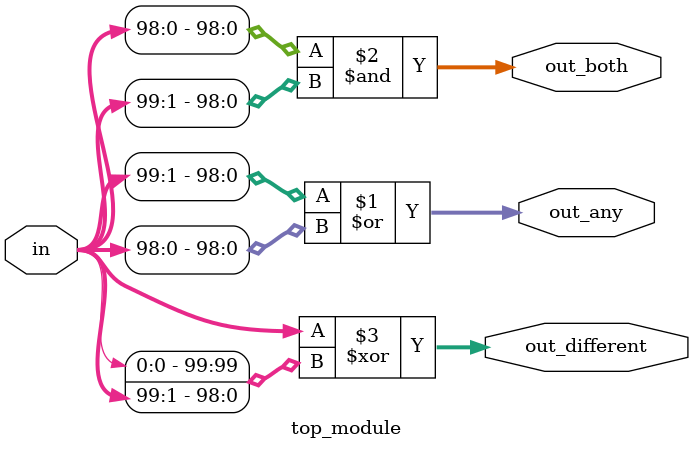
<source format=v>
module top_module( 
    input [99:0] in,
    output [98:0] out_both,
    output [99:1] out_any,
    output [99:0] out_different );
    assign out_any = in[99:1] | in[98:0];

    assign out_both = in[98:0] & in[99:1];

    assign out_different = in ^ {in[0], in[99:1]};
endmodule

</source>
